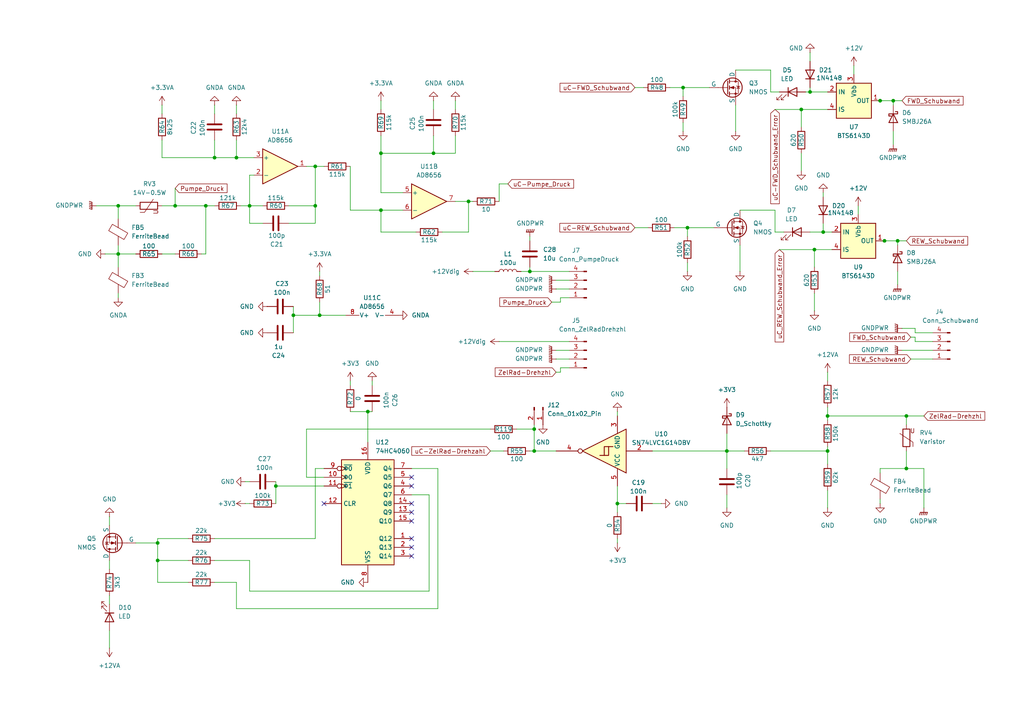
<source format=kicad_sch>
(kicad_sch (version 20250114) (generator "eeschema") (generator_version "9.0")
  (paper "A4")
  (junction (at 59.69 59.69))
  (junction (at 106.68 119.38))
  (junction (at 85.09 91.44))
  (junction (at 255.27 29.21))
  (junction (at 125.73 44.45))
  (junction (at 236.22 72.39))
  (junction (at 72.39 59.69))
  (junction (at 91.44 59.69))
  (junction (at 259.08 29.21))
  (junction (at 179.07 146.05))
  (junction (at 232.41 31.75))
  (junction (at 34.29 59.69))
  (junction (at 238.76 67.31))
  (junction (at 110.49 60.96))
  (junction (at 153.67 78.74))
  (junction (at 50.8 59.69))
  (junction (at 68.58 45.72))
  (junction (at 154.94 124.46))
  (junction (at 198.12 25.4))
  (junction (at 240.03 120.65))
  (junction (at 199.39 66.04))
  (junction (at 234.95 26.67))
  (junction (at 262.89 135.89))
  (junction (at 260.35 69.85))
  (junction (at 34.29 73.66))
  (junction (at 256.54 69.85))
  (junction (at 154.94 130.81))
  (junction (at 210.82 130.81))
  (junction (at 135.89 58.42))
  (junction (at 80.01 140.97))
  (junction (at 91.44 48.26))
  (junction (at 240.03 130.81))
  (junction (at 45.72 162.56))
  (junction (at 262.89 120.65))
  (junction (at 62.23 45.72))
  (junction (at 92.71 91.44))
  (junction (at 45.72 157.48))
  (junction (at 110.49 44.45))
  (no_connect (at 119.38 146.05))
  (no_connect (at 119.38 148.59))
  (no_connect (at 119.38 151.13))
  (no_connect (at 93.98 146.05))
  (no_connect (at 119.38 161.29))
  (no_connect (at 119.38 158.75))
  (no_connect (at 119.38 138.43))
  (no_connect (at 119.38 140.97))
  (no_connect (at 119.38 156.21))
  (wire (pts (xy 223.52 130.81) (xy 240.03 130.81)))
  (wire (pts (xy 46.99 73.66) (xy 50.8 73.66)))
  (wire (pts (xy 91.44 59.69) (xy 91.44 48.26)))
  (wire (pts (xy 135.89 67.31) (xy 135.89 58.42)))
  (wire (pts (xy 101.6 119.38) (xy 106.68 119.38)))
  (wire (pts (xy 142.24 130.81) (xy 146.05 130.81)))
  (wire (pts (xy 151.13 78.74) (xy 153.67 78.74)))
  (wire (pts (xy 58.42 73.66) (xy 59.69 73.66)))
  (wire (pts (xy 226.06 72.39) (xy 236.22 72.39)))
  (wire (pts (xy 232.41 31.75) (xy 240.03 31.75)))
  (wire (pts (xy 91.44 156.21) (xy 91.44 135.89)))
  (wire (pts (xy 179.07 146.05) (xy 179.07 148.59)))
  (wire (pts (xy 236.22 72.39) (xy 236.22 77.47)))
  (wire (pts (xy 227.33 67.31) (xy 224.79 67.31)))
  (wire (pts (xy 198.12 35.56) (xy 198.12 38.1)))
  (wire (pts (xy 260.35 69.85) (xy 260.35 71.12)))
  (wire (pts (xy 137.16 78.74) (xy 143.51 78.74)))
  (wire (pts (xy 260.35 78.74) (xy 260.35 82.55)))
  (wire (pts (xy 46.99 30.48) (xy 46.99 33.02)))
  (wire (pts (xy 165.1 86.36) (xy 162.56 86.36)))
  (wire (pts (xy 199.39 66.04) (xy 207.01 66.04)))
  (wire (pts (xy 46.99 45.72) (xy 46.99 40.64)))
  (wire (pts (xy 31.75 172.72) (xy 31.75 175.26)))
  (wire (pts (xy 199.39 66.04) (xy 199.39 68.58)))
  (wire (pts (xy 91.44 135.89) (xy 93.98 135.89)))
  (wire (pts (xy 223.52 26.67) (xy 223.52 20.32)))
  (wire (pts (xy 224.79 67.31) (xy 224.79 60.96)))
  (wire (pts (xy 154.94 123.19) (xy 154.94 124.46)))
  (wire (pts (xy 85.09 88.9) (xy 85.09 91.44)))
  (wire (pts (xy 132.08 39.37) (xy 132.08 44.45)))
  (wire (pts (xy 261.62 101.6) (xy 270.51 101.6)))
  (wire (pts (xy 195.58 66.04) (xy 199.39 66.04)))
  (wire (pts (xy 106.68 119.38) (xy 106.68 128.27)))
  (wire (pts (xy 256.54 69.85) (xy 260.35 69.85)))
  (wire (pts (xy 125.73 29.21) (xy 125.73 31.75)))
  (wire (pts (xy 161.29 101.6) (xy 165.1 101.6)))
  (wire (pts (xy 128.27 67.31) (xy 135.89 67.31)))
  (wire (pts (xy 161.29 81.28) (xy 165.1 81.28)))
  (wire (pts (xy 144.78 53.34) (xy 147.32 53.34)))
  (wire (pts (xy 262.89 120.65) (xy 267.97 120.65)))
  (wire (pts (xy 45.72 162.56) (xy 45.72 157.48)))
  (wire (pts (xy 31.75 149.86) (xy 31.75 152.4)))
  (wire (pts (xy 161.29 107.95) (xy 162.56 107.95)))
  (wire (pts (xy 68.58 176.53) (xy 68.58 168.91)))
  (wire (pts (xy 135.89 58.42) (xy 132.08 58.42)))
  (wire (pts (xy 72.39 64.77) (xy 76.2 64.77)))
  (wire (pts (xy 83.82 64.77) (xy 91.44 64.77)))
  (wire (pts (xy 162.56 106.68) (xy 162.56 107.95)))
  (wire (pts (xy 91.44 64.77) (xy 91.44 59.69)))
  (wire (pts (xy 238.76 64.77) (xy 238.76 67.31)))
  (wire (pts (xy 45.72 168.91) (xy 45.72 162.56)))
  (wire (pts (xy 27.94 59.69) (xy 34.29 59.69)))
  (wire (pts (xy 232.41 44.45) (xy 232.41 49.53)))
  (wire (pts (xy 92.71 78.74) (xy 92.71 80.01)))
  (wire (pts (xy 255.27 69.85) (xy 256.54 69.85)))
  (wire (pts (xy 153.67 130.81) (xy 154.94 130.81)))
  (wire (pts (xy 240.03 120.65) (xy 262.89 120.65)))
  (wire (pts (xy 233.68 26.67) (xy 234.95 26.67)))
  (wire (pts (xy 254 29.21) (xy 255.27 29.21)))
  (wire (pts (xy 234.95 25.4) (xy 234.95 26.67)))
  (wire (pts (xy 259.08 38.1) (xy 259.08 41.91)))
  (wire (pts (xy 210.82 130.81) (xy 215.9 130.81)))
  (wire (pts (xy 69.85 59.69) (xy 72.39 59.69)))
  (wire (pts (xy 267.97 135.89) (xy 267.97 147.32)))
  (wire (pts (xy 124.46 143.51) (xy 119.38 143.51)))
  (wire (pts (xy 68.58 40.64) (xy 68.58 45.72)))
  (wire (pts (xy 224.79 60.96) (xy 214.63 60.96)))
  (wire (pts (xy 210.82 125.73) (xy 210.82 130.81)))
  (wire (pts (xy 189.23 130.81) (xy 210.82 130.81)))
  (wire (pts (xy 162.56 86.36) (xy 162.56 87.63)))
  (wire (pts (xy 124.46 171.45) (xy 124.46 143.51)))
  (wire (pts (xy 259.08 29.21) (xy 259.08 30.48)))
  (wire (pts (xy 119.38 135.89) (xy 127 135.89)))
  (wire (pts (xy 234.95 15.24) (xy 234.95 17.78)))
  (wire (pts (xy 72.39 171.45) (xy 124.46 171.45)))
  (wire (pts (xy 71.12 146.05) (xy 72.39 146.05)))
  (wire (pts (xy 34.29 73.66) (xy 39.37 73.66)))
  (wire (pts (xy 116.84 55.88) (xy 110.49 55.88)))
  (wire (pts (xy 194.31 25.4) (xy 198.12 25.4)))
  (wire (pts (xy 88.9 138.43) (xy 88.9 124.46)))
  (wire (pts (xy 54.61 162.56) (xy 45.72 162.56)))
  (wire (pts (xy 184.15 66.04) (xy 187.96 66.04)))
  (wire (pts (xy 240.03 130.81) (xy 240.03 134.62)))
  (wire (pts (xy 189.23 146.05) (xy 191.77 146.05)))
  (wire (pts (xy 232.41 31.75) (xy 232.41 36.83)))
  (wire (pts (xy 224.79 31.75) (xy 232.41 31.75)))
  (wire (pts (xy 62.23 40.64) (xy 62.23 45.72)))
  (wire (pts (xy 127 176.53) (xy 68.58 176.53)))
  (wire (pts (xy 72.39 50.8) (xy 73.66 50.8)))
  (wire (pts (xy 68.58 30.48) (xy 68.58 33.02)))
  (wire (pts (xy 161.29 104.14) (xy 165.1 104.14)))
  (wire (pts (xy 265.43 96.52) (xy 265.43 95.25)))
  (wire (pts (xy 110.49 44.45) (xy 110.49 39.37)))
  (wire (pts (xy 125.73 44.45) (xy 110.49 44.45)))
  (wire (pts (xy 73.66 45.72) (xy 68.58 45.72)))
  (wire (pts (xy 54.61 168.91) (xy 45.72 168.91)))
  (wire (pts (xy 50.8 59.69) (xy 59.69 59.69)))
  (wire (pts (xy 255.27 137.16) (xy 255.27 135.89)))
  (wire (pts (xy 267.97 135.89) (xy 262.89 135.89)))
  (wire (pts (xy 92.71 87.63) (xy 92.71 91.44)))
  (wire (pts (xy 247.65 19.05) (xy 247.65 21.59)))
  (wire (pts (xy 241.3 72.39) (xy 236.22 72.39)))
  (wire (pts (xy 259.08 29.21) (xy 261.62 29.21)))
  (wire (pts (xy 101.6 48.26) (xy 101.6 60.96)))
  (wire (pts (xy 240.03 130.81) (xy 240.03 129.54)))
  (wire (pts (xy 135.89 58.42) (xy 137.16 58.42)))
  (wire (pts (xy 93.98 138.43) (xy 88.9 138.43)))
  (wire (pts (xy 110.49 55.88) (xy 110.49 44.45)))
  (wire (pts (xy 265.43 97.79) (xy 265.43 99.06)))
  (wire (pts (xy 240.03 120.65) (xy 240.03 121.92)))
  (wire (pts (xy 255.27 146.05) (xy 255.27 144.78)))
  (wire (pts (xy 34.29 71.12) (xy 34.29 73.66)))
  (wire (pts (xy 30.48 73.66) (xy 34.29 73.66)))
  (wire (pts (xy 210.82 130.81) (xy 210.82 135.89)))
  (wire (pts (xy 161.29 83.82) (xy 165.1 83.82)))
  (wire (pts (xy 238.76 67.31) (xy 241.3 67.31)))
  (wire (pts (xy 59.69 73.66) (xy 59.69 59.69)))
  (wire (pts (xy 198.12 25.4) (xy 205.74 25.4)))
  (wire (pts (xy 62.23 156.21) (xy 91.44 156.21)))
  (wire (pts (xy 34.29 59.69) (xy 34.29 63.5)))
  (wire (pts (xy 106.68 119.38) (xy 107.95 119.38)))
  (wire (pts (xy 120.65 67.31) (xy 110.49 67.31)))
  (wire (pts (xy 80.01 139.7) (xy 80.01 140.97)))
  (wire (pts (xy 223.52 20.32) (xy 213.36 20.32)))
  (wire (pts (xy 34.29 59.69) (xy 39.37 59.69)))
  (wire (pts (xy 214.63 71.12) (xy 214.63 78.74)))
  (wire (pts (xy 85.09 91.44) (xy 85.09 96.52)))
  (wire (pts (xy 101.6 60.96) (xy 110.49 60.96)))
  (wire (pts (xy 62.23 30.48) (xy 62.23 33.02)))
  (wire (pts (xy 31.75 162.56) (xy 31.75 165.1)))
  (wire (pts (xy 71.12 139.7) (xy 72.39 139.7)))
  (wire (pts (xy 238.76 55.88) (xy 238.76 57.15)))
  (wire (pts (xy 125.73 39.37) (xy 125.73 44.45)))
  (wire (pts (xy 248.92 59.69) (xy 248.92 62.23)))
  (wire (pts (xy 265.43 95.25) (xy 261.62 95.25)))
  (wire (pts (xy 91.44 48.26) (xy 88.9 48.26)))
  (wire (pts (xy 80.01 140.97) (xy 80.01 146.05)))
  (wire (pts (xy 45.72 156.21) (xy 45.72 157.48)))
  (wire (pts (xy 226.06 26.67) (xy 223.52 26.67)))
  (wire (pts (xy 179.07 156.21) (xy 179.07 157.48)))
  (wire (pts (xy 240.03 107.95) (xy 240.03 110.49)))
  (wire (pts (xy 270.51 96.52) (xy 265.43 96.52)))
  (wire (pts (xy 162.56 87.63) (xy 160.02 87.63)))
  (wire (pts (xy 264.16 97.79) (xy 265.43 97.79)))
  (wire (pts (xy 68.58 45.72) (xy 62.23 45.72)))
  (wire (pts (xy 255.27 135.89) (xy 262.89 135.89)))
  (wire (pts (xy 62.23 59.69) (xy 59.69 59.69)))
  (wire (pts (xy 83.82 59.69) (xy 91.44 59.69)))
  (wire (pts (xy 179.07 119.38) (xy 179.07 120.65)))
  (wire (pts (xy 234.95 67.31) (xy 238.76 67.31)))
  (wire (pts (xy 198.12 25.4) (xy 198.12 27.94)))
  (wire (pts (xy 72.39 59.69) (xy 72.39 50.8)))
  (wire (pts (xy 50.8 59.69) (xy 50.8 54.61)))
  (wire (pts (xy 68.58 168.91) (xy 62.23 168.91)))
  (wire (pts (xy 110.49 67.31) (xy 110.49 60.96)))
  (wire (pts (xy 240.03 118.11) (xy 240.03 120.65)))
  (wire (pts (xy 165.1 106.68) (xy 162.56 106.68)))
  (wire (pts (xy 179.07 146.05) (xy 181.61 146.05)))
  (wire (pts (xy 199.39 76.2) (xy 199.39 78.74)))
  (wire (pts (xy 92.71 91.44) (xy 100.33 91.44)))
  (wire (pts (xy 62.23 45.72) (xy 46.99 45.72)))
  (wire (pts (xy 240.03 142.24) (xy 240.03 147.32)))
  (wire (pts (xy 262.89 120.65) (xy 262.89 123.19)))
  (wire (pts (xy 153.67 78.74) (xy 165.1 78.74)))
  (wire (pts (xy 210.82 143.51) (xy 210.82 147.32)))
  (wire (pts (xy 110.49 60.96) (xy 116.84 60.96)))
  (wire (pts (xy 184.15 25.4) (xy 186.69 25.4)))
  (wire (pts (xy 34.29 77.47) (xy 34.29 73.66)))
  (wire (pts (xy 153.67 68.58) (xy 153.67 69.85)))
  (wire (pts (xy 262.89 130.81) (xy 262.89 135.89)))
  (wire (pts (xy 132.08 29.21) (xy 132.08 31.75)))
  (wire (pts (xy 255.27 29.21) (xy 259.08 29.21)))
  (wire (pts (xy 234.95 26.67) (xy 240.03 26.67)))
  (wire (pts (xy 46.99 59.69) (xy 50.8 59.69)))
  (wire (pts (xy 153.67 78.74) (xy 153.67 77.47)))
  (wire (pts (xy 85.09 91.44) (xy 92.71 91.44)))
  (wire (pts (xy 80.01 140.97) (xy 93.98 140.97)))
  (wire (pts (xy 154.94 124.46) (xy 154.94 130.81)))
  (wire (pts (xy 260.35 69.85) (xy 262.89 69.85)))
  (wire (pts (xy 101.6 110.49) (xy 101.6 111.76)))
  (wire (pts (xy 265.43 99.06) (xy 270.51 99.06)))
  (wire (pts (xy 54.61 156.21) (xy 45.72 156.21)))
  (wire (pts (xy 110.49 29.21) (xy 110.49 31.75)))
  (wire (pts (xy 236.22 85.09) (xy 236.22 90.17)))
  (wire (pts (xy 88.9 124.46) (xy 142.24 124.46)))
  (wire (pts (xy 62.23 162.56) (xy 72.39 162.56)))
  (wire (pts (xy 91.44 48.26) (xy 93.98 48.26)))
  (wire (pts (xy 144.78 53.34) (xy 144.78 58.42)))
  (wire (pts (xy 179.07 140.97) (xy 179.07 146.05)))
  (wire (pts (xy 149.86 124.46) (xy 154.94 124.46)))
  (wire (pts (xy 34.29 85.09) (xy 34.29 86.36)))
  (wire (pts (xy 154.94 130.81) (xy 161.29 130.81)))
  (wire (pts (xy 107.95 110.49) (xy 107.95 111.76)))
  (wire (pts (xy 127 135.89) (xy 127 176.53)))
  (wire (pts (xy 264.16 104.14) (xy 270.51 104.14)))
  (wire (pts (xy 165.1 99.06) (xy 144.78 99.06)))
  (wire (pts (xy 72.39 59.69) (xy 72.39 64.77)))
  (wire (pts (xy 31.75 182.88) (xy 31.75 187.96)))
  (wire (pts (xy 72.39 162.56) (xy 72.39 171.45)))
  (wire (pts (xy 213.36 30.48) (xy 213.36 38.1)))
  (wire (pts (xy 72.39 59.69) (xy 76.2 59.69)))
  (wire (pts (xy 45.72 157.48) (xy 39.37 157.48)))
  (wire (pts (xy 132.08 44.45) (xy 125.73 44.45)))
  (global_label "uC-FWD_Schubwand" (shape input) (at 184.15 25.4 180) (property "Intersheetrefs" "${INTERSHEET_REFS}" (effects (hide yes))))
  (global_label "uC-Pumpe_Druck" (shape input) (at 147.32 53.34 0) (property "Intersheetrefs" "${INTERSHEET_REFS}" (effects (hide yes))))
  (global_label "Pumpe_Druck" (shape input) (at 50.8 54.61 0) (property "Intersheetrefs" "${INTERSHEET_REFS}" (effects (hide yes))))
  (global_label "uC-FWD_Schubwand_Error" (shape input) (at 224.79 31.75 270) (property "Intersheetrefs" "${INTERSHEET_REFS}" (effects (hide yes))))
  (global_label "ZelRad-Drehzhl" (shape input) (at 267.97 120.65 0) (property "Intersheetrefs" "${INTERSHEET_REFS}" (effects (hide yes))))
  (global_label "uC_REW_Schubwand_Error" (shape input) (at 226.06 72.39 270) (property "Intersheetrefs" "${INTERSHEET_REFS}" (effects (hide yes))))
  (global_label "Pumpe_Druck" (shape input) (at 160.02 87.63 180) (property "Intersheetrefs" "${INTERSHEET_REFS}" (effects (hide yes))))
  (global_label "FWD_Schubwand" (shape input) (at 261.62 29.21 0) (property "Intersheetrefs" "${INTERSHEET_REFS}" (effects (hide yes))))
  (global_label "REW_Schubwand" (shape input) (at 262.89 69.85 0) (property "Intersheetrefs" "${INTERSHEET_REFS}" (effects (hide yes))))
  (global_label "REW_Schubwand" (shape input) (at 264.16 104.14 180) (property "Intersheetrefs" "${INTERSHEET_REFS}" (effects (hide yes))))
  (global_label "FWD_Schubwand" (shape input) (at 264.16 97.79 180) (property "Intersheetrefs" "${INTERSHEET_REFS}" (effects (hide yes))))
  (global_label "uC-ZelRad-Drehzahl" (shape input) (at 142.24 130.81 180) (property "Intersheetrefs" "${INTERSHEET_REFS}" (effects (hide yes))))
  (global_label "ZelRad-Drehzhl" (shape input) (at 161.29 107.95 180) (property "Intersheetrefs" "${INTERSHEET_REFS}" (effects (hide yes))))
  (global_label "uC-REW_Schubwand" (shape input) (at 184.15 66.04 180) (property "Intersheetrefs" "${INTERSHEET_REFS}" (effects (hide yes))))
  (symbol (lib_id "power:+3V3") (at 71.12 146.05 90) (unit 1)
    (property "Reference" "#PWR078" (effects (hide yes)))
    (property "Value" "+3V3" (at 65.786 146.05 90))
    (property "Description" "Power symbol creates a global label with name \"+3V3\"" (effects (hide yes)))
  )
  (symbol (lib_id "Device:D_Schottky") (at 259.08 34.29 270) (unit 1)
    (property "Reference" "D6" (at 261.62 32.7024 90) (effects (justify left)))
    (property "Value" "SMBJ26A" (at 261.62 35.2424 90) (effects (justify left)))
    (property "Footprint" "Diode_SMD:D_SMB" (effects (hide yes)))
    (property "Description" "Schottky diode" (effects (hide yes)))
    (property "Part-NO" "SMBJ26A " (effects (hide yes)))
  )
  (symbol (lib_id "power:+3.3VA") (at 46.99 30.48 0) (unit 1)
    (property "Reference" "#PWR062" (effects (hide yes)))
    (property "Value" "+3.3VA" (at 46.99 25.4 0))
    (property "Description" "Power symbol creates a global label with name \"+3.3VA\"" (effects (hide yes)))
  )
  (symbol (lib_id "power:GND") (at 210.82 147.32 0) (unit 1)
    (property "Reference" "#PWR055" (effects (hide yes)))
    (property "Value" "GND" (at 210.82 152.4 0))
    (property "Description" "Power symbol creates a global label with name \"GND\" , ground" (effects (hide yes)))
  )
  (symbol (lib_id "Device:LED") (at 229.87 26.67 0) (unit 1)
    (property "Reference" "D5" (at 228.2825 20.32 0))
    (property "Value" "LED" (at 228.2825 22.86 0))
    (property "Footprint" "LED_SMD:LED_0805_2012Metric" (effects (hide yes)))
    (property "Datasheet" "https://www.sunledusa.com/products/spec/XZCFBB54W-1VF.pdf" (effects (hide yes)))
    (property "Description" "Light emitting diode Green" (effects (hide yes)))
    (property "Part-NO" "XZCDGK54W-1VF " (effects (hide yes)))
  )
  (symbol (lib_id "power:GNDPWR") (at 260.35 82.55 0) (unit 1)
    (property "Reference" "#PWR048" (effects (hide yes)))
    (property "Value" "GNDPWR" (at 260.223 86.36 0))
    (property "Description" "Power symbol creates a global label with name \"GNDPWR\" , global ground" (effects (hide yes)))
  )
  (symbol (lib_id "power:GNDPWR") (at 161.29 81.28 270) (unit 1)
    (property "Reference" "#PWR086" (effects (hide yes)))
    (property "Value" "GNDPWR" (at 157.48 81.1529 90) (effects (justify right)))
    (property "Description" "Power symbol creates a global label with name \"GNDPWR\" , global ground" (effects (hide yes)))
  )
  (symbol (lib_id "Device:LED") (at 31.75 179.07 270) (unit 1)
    (property "Reference" "D10" (at 34.29 176.2124 90) (effects (justify left)))
    (property "Value" "LED" (at 34.29 178.7524 90) (effects (justify left)))
    (property "Footprint" "LED_SMD:LED_0805_2012Metric" (effects (hide yes)))
    (property "Description" "Light emitting diode" (effects (hide yes)))
    (property "Part-NO" "XZCDGK54W-1VF " (effects (hide yes)))
  )
  (symbol (lib_id "Amplifier_Operational:AD8656") (at 81.28 48.26 0) (unit 1)
    (property "Reference" "U11" (at 81.28 38.1 0))
    (property "Value" "AD8656" (at 81.28 40.64 0))
    (property "Footprint" "Package_SO:SOIC-8_3.9x4.9mm_P1.27mm" (effects (hide yes)))
    (property "Datasheet" "https://www.analog.com/media/en/technical-documentation/data-sheets/ad8655_8656.pdf" (effects (hide yes)))
    (property "Description" "Dual Low Noise, Precision CMOS Amplifier" (effects (hide yes)))
    (property "Part-NO" "AD8656ARZ" (effects (hide yes)))
  )
  (symbol (lib_id "Device:C") (at 80.01 64.77 270) (unit 1)
    (property "Reference" "C21" (at 80.264 70.866 90))
    (property "Value" "100p" (at 80.264 68.326 90))
    (property "Footprint" "Capacitor_SMD:C_0805_2012Metric" (effects (hide yes)))
    (property "Description" "Unpolarized capacitor" (effects (hide yes)))
    (property "Part-NO" "C0805C101J5GACTU" (effects (hide yes)))
  )
  (symbol (lib_id "Device:R") (at 124.46 67.31 90) (unit 1)
    (property "Reference" "R62" (at 124.46 67.31 90))
    (property "Value" "115k" (at 124.46 69.596 90))
    (property "Footprint" "Resistor_SMD:R_0805_2012Metric" (effects (hide yes)))
    (property "Description" "RR1220Q-1153-D-M" (effects (hide yes)))
    (property "Part-NO" "RR1220Q-1153-D-M" (effects (hide yes)))
  )
  (symbol (lib_id "power:GND") (at 198.12 38.1 0) (unit 1)
    (property "Reference" "#PWR041" (effects (hide yes)))
    (property "Value" "GND" (at 198.12 43.18 0))
    (property "Description" "Power symbol creates a global label with name \"GND\" , ground" (effects (hide yes)))
  )
  (symbol (lib_id "power:GNDA") (at 125.73 29.21 180) (unit 1)
    (property "Reference" "#PWR069" (effects (hide yes)))
    (property "Value" "GNDA" (at 125.73 24.13 0))
    (property "Description" "Power symbol creates a global label with name \"GNDA\" , analog ground" (effects (hide yes)))
  )
  (symbol (lib_id "Device:D") (at 234.95 21.59 90) (unit 1)
    (property "Reference" "D21" (at 237.49 20.3199 90) (effects (justify right)))
    (property "Value" "1N4148" (at 236.728 22.606 90) (effects (justify right)))
    (property "Footprint" "Diode_THT:D_DO-35_SOD27_P2.54mm_Vertical_AnodeUp" (effects (hide yes)))
    (property "Description" "Diode" (effects (hide yes)))
    (property "Sim.Device" "D" (effects (hide yes)))
    (property "Sim.Pins" "1=K 2=A" (effects (hide yes)))
    (property "Part-NO" "1N4148WS_ES_08 " (effects (hide yes)))
  )
  (symbol (lib_id "Device:R") (at 66.04 59.69 270) (unit 1)
    (property "Reference" "R67" (at 66.04 59.69 90))
    (property "Value" "121k" (at 66.04 57.404 90))
    (property "Footprint" "Resistor_SMD:R_0805_2012Metric" (effects (hide yes)))
    (property "Description" "RR1220Q-1213-D-M" (effects (hide yes)))
    (property "Part-NO" "RR1220Q-1213-D-M" (effects (hide yes)))
  )
  (symbol (lib_id "Device:C") (at 81.28 96.52 270) (unit 1)
    (property "Reference" "C24" (at 80.772 103.124 90))
    (property "Value" "1u" (at 80.772 100.584 90))
    (property "Footprint" "Capacitor_SMD:C_1206_3216Metric" (effects (hide yes)))
    (property "Description" "Unpolarized capacitor" (effects (hide yes)))
    (property "Part-NO" "C1206C105K4RAC" (effects (hide yes)))
  )
  (symbol (lib_id "power:GNDPWR") (at 261.62 101.6 270) (unit 1)
    (property "Reference" "#PWR0127" (effects (hide yes)))
    (property "Value" "GNDPWR" (at 257.81 101.4729 90) (effects (justify right)))
    (property "Description" "Power symbol creates a global label with name \"GNDPWR\" , global ground" (effects (hide yes)))
  )
  (symbol (lib_id "Connector:Conn_01x04_Pin") (at 170.18 104.14 180) (unit 1)
    (property "Reference" "J5" (at 165.862 92.964 0) (effects (justify right)))
    (property "Value" "Conn_ZelRadDrehzhl" (at 162.052 95.504 0) (effects (justify right)))
    (property "Footprint" "Connector_Phoenix_MSTB:PhoenixContact_MSTBVA_2,5_4-G-5,08_1x04_P5.08mm_Vertical" (effects (hide yes)))
    (property "Description" "Generic connector, single row, 01x04, script generated" (effects (hide yes)))
    (property "Part-NO" "MSTBV2_5/4-G-5_08 " (effects (hide yes)))
  )
  (symbol (lib_id "Device:LED") (at 231.14 67.31 0) (unit 1)
    (property "Reference" "D7" (at 229.5525 60.96 0))
    (property "Value" "LED" (at 229.5525 63.5 0))
    (property "Footprint" "LED_SMD:LED_0805_2012Metric" (effects (hide yes)))
    (property "Datasheet" "https://www.sunledusa.com/products/spec/XZCFBB54W-1VF.pdf" (effects (hide yes)))
    (property "Description" "Light emitting diode Green" (effects (hide yes)))
    (property "Part-NO" "XZCDGK54W-1VF " (effects (hide yes)))
  )
  (symbol (lib_id "Device:R") (at 240.03 125.73 180) (unit 1)
    (property "Reference" "R58" (at 240.03 125.73 90))
    (property "Value" "150k" (at 242.316 125.73 90))
    (property "Footprint" "Resistor_SMD:R_0603_1608Metric" (effects (hide yes)))
    (property "Description" "CRG0603F150K" (effects (hide yes)))
    (property "Part-NO" "CRG0603F150K" (effects (hide yes)))
  )
  (symbol (lib_id "Device:R") (at 149.86 130.81 90) (unit 1)
    (property "Reference" "R55" (at 149.86 130.81 90))
    (property "Value" "100" (at 149.86 133.096 90))
    (property "Footprint" "Resistor_SMD:R_0603_1608Metric" (effects (hide yes)))
    (property "Description" "CRG0603F100R" (effects (hide yes)))
  )
  (symbol (lib_id "Amplifier_Operational:AD8656") (at 107.95 88.9 90) (unit 3)
    (property "Reference" "U11" (at 107.95 86.36 90))
    (property "Value" "AD8656" (at 107.95 88.9 90))
    (property "Footprint" "Package_SO:SOIC-8_3.9x4.9mm_P1.27mm" (effects (hide yes)))
    (property "Datasheet" "https://www.analog.com/media/en/technical-documentation/data-sheets/ad8655_8656.pdf" (effects (hide yes)))
    (property "Description" "Dual Low Noise, Precision CMOS Amplifier" (effects (hide yes)))
    (property "Part-NO" "AD8656ARZ" (effects (hide yes)))
  )
  (symbol (lib_id "Device:R") (at 236.22 81.28 0) (unit 1)
    (property "Reference" "R53" (at 236.22 81.28 90))
    (property "Value" "620" (at 233.934 81.28 90))
    (property "Footprint" "Resistor_SMD:R_0603_1608Metric" (effects (hide yes)))
    (property "Description" "CRG0603F620R" (effects (hide yes)))
    (property "Part-NO" "CRG0603F620R" (effects (hide yes)))
  )
  (symbol (lib_id "power:GND") (at 191.77 146.05 90) (unit 1)
    (property "Reference" "#PWR058" (effects (hide yes)))
    (property "Value" "GND" (at 195.58 146.0499 90) (effects (justify right)))
    (property "Description" "Power symbol creates a global label with name \"GND\" , ground" (effects (hide yes)))
  )
  (symbol (lib_id "Device:R") (at 68.58 36.83 180) (unit 1)
    (property "Reference" "R63" (at 68.58 36.83 90))
    (property "Value" "12k4" (at 70.866 36.83 90))
    (property "Footprint" "Resistor_SMD:R_0805_2012Metric" (effects (hide yes)))
    (property "Description" "RR1220Q-1242-D-M" (effects (hide yes)))
    (property "Part-NO" "RR1220Q-1242-D-M" (effects (hide yes)))
  )
  (symbol (lib_id "Device:R") (at 58.42 162.56 270) (unit 1)
    (property "Reference" "R76" (at 58.42 162.56 90))
    (property "Value" "22k" (at 58.42 160.274 90))
    (property "Footprint" "Resistor_SMD:R_0603_1608Metric" (effects (hide yes)))
    (property "Description" "CRG0603F22K" (effects (hide yes)))
    (property "Part-NO" "CRG0603F22K" (effects (hide yes)))
  )
  (symbol (lib_id "power:GNDA") (at 68.58 30.48 180) (unit 1)
    (property "Reference" "#PWR060" (effects (hide yes)))
    (property "Value" "GNDA" (at 68.58 25.4 0))
    (property "Description" "Power symbol creates a global label with name \"GNDA\" , analog ground" (effects (hide yes)))
  )
  (symbol (lib_id "power:GND") (at 77.47 88.9 270) (unit 1)
    (property "Reference" "#PWR064" (effects (hide yes)))
    (property "Value" "GND" (at 73.66 88.8999 90) (effects (justify right)))
    (property "Description" "Power symbol creates a global label with name \"GND\" , ground" (effects (hide yes)))
  )
  (symbol (lib_id "Device:C") (at 62.23 36.83 180) (unit 1)
    (property "Reference" "C22" (at 56.134 37.084 90))
    (property "Value" "100n" (at 58.674 37.084 90))
    (property "Footprint" "Capacitor_SMD:C_0805_2012Metric" (effects (hide yes)))
    (property "Description" "Unpolarized capacitor" (effects (hide yes)))
    (property "Part-NO" "CC0805KRX7R9BB104" (effects (hide yes)))
  )
  (symbol (lib_name "NMOS_1") (lib_id "Simulation_SPICE:NMOS") (at 210.82 25.4 0) (unit 1)
    (property "Reference" "Q3" (at 217.17 24.1299 0) (effects (justify left)))
    (property "Value" "NMOS" (at 217.17 26.6699 0) (effects (justify left)))
    (property "Footprint" "Package_TO_SOT_SMD:TSOT-23" (effects (hide yes)))
    (property "Datasheet" "https://ngspice.sourceforge.io/docs/ngspice-html-manual/manual.xhtml#cha_MOSFETs" (effects (hide yes)))
    (property "Description" "N-MOSFET transistor, drain/source/gate" (effects (hide yes)))
    (property "Sim.Device" "NMOS" (effects (hide yes)))
    (property "Sim.Type" "VDMOS" (effects (hide yes)))
    (property "Sim.Pins" "2=D 1=G 3=S" (effects (hide yes)))
    (property "Part-NO" "FDV305N " (effects (hide yes)))
  )
  (symbol (lib_id "Device:R") (at 146.05 124.46 90) (unit 1)
    (property "Reference" "R119" (at 146.05 124.46 90))
    (property "Value" "100" (at 146.05 126.746 90))
    (property "Footprint" "Resistor_SMD:R_0603_1608Metric" (effects (hide yes)))
    (property "Description" "CRG0603F100R" (effects (hide yes)))
  )
  (symbol (lib_id "Device:C") (at 125.73 35.56 180) (unit 1)
    (property "Reference" "C25" (at 119.634 35.814 90))
    (property "Value" "100n" (at 122.174 35.814 90))
    (property "Footprint" "Capacitor_SMD:C_0805_2012Metric" (effects (hide yes)))
    (property "Description" "Unpolarized capacitor" (effects (hide yes)))
    (property "Part-NO" "CC0805KRX7R9BB104" (effects (hide yes)))
  )
  (symbol (lib_id "power:GND") (at 214.63 78.74 0) (unit 1)
    (property "Reference" "#PWR046" (effects (hide yes)))
    (property "Value" "GND" (at 214.63 83.82 0))
    (property "Description" "Power symbol creates a global label with name \"GND\" , ground" (effects (hide yes)))
  )
  (symbol (lib_id "power:GNDPWR") (at 161.29 104.14 270) (unit 1)
    (property "Reference" "#PWR089" (effects (hide yes)))
    (property "Value" "GNDPWR" (at 157.48 104.0129 90) (effects (justify right)))
    (property "Description" "Power symbol creates a global label with name \"GNDPWR\" , global ground" (effects (hide yes)))
  )
  (symbol (lib_id "Device:Varistor") (at 43.18 59.69 90) (unit 1)
    (property "Reference" "RV3" (at 43.3733 53.34 90))
    (property "Value" "14V-0.5W" (at 43.3733 55.88 90))
    (property "Footprint" "Resistor_SMD:R_1206_3216Metric" (effects (hide yes)))
    (property "Description" "Varistor SMD 14A 0.5W(10/1000us)" (effects (hide yes)))
    (property "Sim.Name" "kicad_builtin_varistor" (effects (hide yes)))
    (property "Sim.Device" "SUBCKT" (effects (hide yes)))
    (property "Sim.Pins" "1=A 2=B" (effects (hide yes)))
    (property "Sim.Params" "threshold=1k" (effects (hide yes)))
    (property "Sim.Library" "${KICAD7_SYMBOL_DIR}/Simulation_SPICE.sp" (effects (hide yes)))
    (property "Part-NO" "WE-VS_82541110" (effects (hide yes)))
  )
  (symbol (lib_id "Device:C") (at 76.2 139.7 90) (unit 1)
    (property "Reference" "C27" (at 76.708 133.096 90))
    (property "Value" "100n" (at 76.708 135.636 90))
    (property "Footprint" "Capacitor_SMD:C_0805_2012Metric" (effects (hide yes)))
    (property "Description" "Unpolarized capacitor" (effects (hide yes)))
    (property "Part-NO" "CC0805KRX7R9BB104" (effects (hide yes)))
  )
  (symbol (lib_id "Device:R") (at 140.97 58.42 90) (unit 1)
    (property "Reference" "R71" (at 140.97 58.42 90))
    (property "Value" "10" (at 140.97 60.706 90))
    (property "Footprint" "Resistor_SMD:R_0603_1608Metric" (effects (hide yes)))
    (property "Description" "CRG1206F10R" (effects (hide yes)))
  )
  (symbol (lib_id "power:+3.3VA") (at 110.49 29.21 0) (unit 1)
    (property "Reference" "#PWR068" (effects (hide yes)))
    (property "Value" "+3.3VA" (at 110.49 24.13 0))
    (property "Description" "Power symbol creates a global label with name \"+3.3VA\"" (effects (hide yes)))
  )
  (symbol (lib_id "Power_Management:BTS6143D") (at 247.65 29.21 0) (unit 1)
    (property "Reference" "U7" (at 247.65 36.83 0))
    (property "Value" "BTS6143D" (at 247.65 39.37 0))
    (property "Footprint" "Package_TO_SOT_SMD:TO-252-4" (effects (hide yes)))
    (property "Datasheet" "http://www.infineon.com/dgdl/Infineon-BTS6143D-DS-v01_00-EN.pdf?fileId=5546d4625a888733015aa3da10821022" (effects (hide yes)))
    (property "Description" "Smart High-Side Power Switch, PROFET, Single, 10mOhm, 8A, 38V, TO252-5" (effects (hide yes)))
    (property "Part-NO" "BTS6143DAUMA1" (effects (hide yes)))
  )
  (symbol (lib_id "Device:R") (at 110.49 35.56 180) (unit 1)
    (property "Reference" "R69" (at 110.49 35.56 90))
    (property "Value" "115k" (at 112.776 35.56 90))
    (property "Footprint" "Resistor_SMD:R_0805_2012Metric" (effects (hide yes)))
    (property "Description" "RR1220Q-1153-D-M" (effects (hide yes)))
    (property "Part-NO" "RR1220Q-1153-D-M" (effects (hide yes)))
  )
  (symbol (lib_id "Device:C") (at 81.28 88.9 90) (unit 1)
    (property "Reference" "C23" (at 81.788 82.296 90))
    (property "Value" "100n" (at 81.788 84.836 90))
    (property "Footprint" "Capacitor_SMD:C_0805_2012Metric" (effects (hide yes)))
    (property "Description" "Unpolarized capacitor" (effects (hide yes)))
    (property "Part-NO" "CC0603KRX7R9BB103 " (effects (hide yes)))
  )
  (symbol (lib_id "Device:R") (at 46.99 36.83 180) (unit 1)
    (property "Reference" "R64" (at 46.99 36.83 90))
    (property "Value" "8k25" (at 49.276 36.83 90))
    (property "Footprint" "Resistor_SMD:R_0805_2012Metric" (effects (hide yes)))
    (property "Description" "RR1220Q-8251-D-M" (effects (hide yes)))
    (property "Part-NO" "RR1220Q-8251-D-M" (effects (hide yes)))
  )
  (symbol (lib_id "Device:D_Schottky") (at 260.35 74.93 270) (unit 1)
    (property "Reference" "D8" (at 262.89 73.3424 90) (effects (justify left)))
    (property "Value" "SMBJ26A" (at 262.89 75.8824 90) (effects (justify left)))
    (property "Footprint" "Diode_SMD:D_SMB" (effects (hide yes)))
    (property "Description" "Schottky diode" (effects (hide yes)))
    (property "Part-NO" "SMBJ26A " (effects (hide yes)))
  )
  (symbol (lib_id "power:+12VA") (at 240.03 107.95 0) (unit 1)
    (property "Reference" "#PWR052" (effects (hide yes)))
    (property "Value" "+12VA" (at 240.03 102.87 0))
    (property "Description" "Power symbol creates a global label with name \"+12VA\"" (effects (hide yes)))
  )
  (symbol (lib_id "Device:C") (at 153.67 73.66 0) (unit 1)
    (property "Reference" "C28" (at 157.48 72.3899 0) (effects (justify left)))
    (property "Value" "10u" (at 157.48 74.9299 0) (effects (justify left)))
    (property "Footprint" "Capacitor_SMD:C_1206_3216Metric" (effects (hide yes)))
    (property "Description" "Unpolarized capacitor" (effects (hide yes)))
    (property "Part-NO" "C1206C106K4RAC " (effects (hide yes)))
  )
  (symbol (lib_id "power:GNDA") (at 34.29 86.36 0) (unit 1)
    (property "Reference" "#PWR071" (effects (hide yes)))
    (property "Value" "GNDA" (at 34.29 91.44 0))
    (property "Description" "Power symbol creates a global label with name \"GNDA\" , analog ground" (effects (hide yes)))
  )
  (symbol (lib_id "power:+3V3") (at 101.6 110.49 0) (unit 1)
    (property "Reference" "#PWR077" (effects (hide yes)))
    (property "Value" "+3V3" (at 101.6 105.41 0))
    (property "Description" "Power symbol creates a global label with name \"+3V3\"" (effects (hide yes)))
  )
  (symbol (lib_id "Device:R") (at 240.03 138.43 180) (unit 1)
    (property "Reference" "R59" (at 240.03 138.43 90))
    (property "Value" "62k" (at 242.316 138.43 90))
    (property "Footprint" "Resistor_SMD:R_0603_1608Metric" (effects (hide yes)))
    (property "Description" "CRG0603F62K" (effects (hide yes)))
    (property "Part-NO" "CRG0603F62K" (effects (hide yes)))
  )
  (symbol (lib_id "power:GND") (at 234.95 15.24 180) (unit 1)
    (property "Reference" "#PWR0166" (effects (hide yes)))
    (property "Value" "GND" (at 230.886 13.97 0))
    (property "Description" "Power symbol creates a global label with name \"GND\" , ground" (effects (hide yes)))
  )
  (symbol (lib_id "power:+3V3") (at 210.82 118.11 0) (unit 1)
    (property "Reference" "#PWR054" (effects (hide yes)))
    (property "Value" "+3V3" (at 210.82 113.03 0))
    (property "Description" "Power symbol creates a global label with name \"+3V3\"" (effects (hide yes)))
  )
  (symbol (lib_id "power:GND") (at 179.07 119.38 180) (unit 1)
    (property "Reference" "#PWR051" (effects (hide yes)))
    (property "Value" "GND" (at 179.07 114.3 0))
    (property "Description" "Power symbol creates a global label with name \"GND\" , ground" (effects (hide yes)))
  )
  (symbol (lib_id "power:GND") (at 236.22 90.17 0) (unit 1)
    (property "Reference" "#PWR050" (effects (hide yes)))
    (property "Value" "GND" (at 236.22 95.25 0))
    (property "Description" "Power symbol creates a global label with name \"GND\" , ground" (effects (hide yes)))
  )
  (symbol (lib_id "power:GNDPWR") (at 259.08 41.91 0) (unit 1)
    (property "Reference" "#PWR044" (effects (hide yes)))
    (property "Value" "GNDPWR" (at 258.953 45.72 0))
    (property "Description" "Power symbol creates a global label with name \"GNDPWR\" , global ground" (effects (hide yes)))
  )
  (symbol (lib_id "Device:FerriteBead") (at 255.27 140.97 0) (unit 1)
    (property "Reference" "FB4" (at 259.08 139.6491 0) (effects (justify left)))
    (property "Value" "FerriteBead" (at 259.08 142.1891 0) (effects (justify left)))
    (property "Footprint" "Resistor_SMD:R_1206_3216Metric" (effects (hide yes)))
    (property "Description" "Ferrite bead" (effects (hide yes)))
    (property "Part-NO" "WE-CBF_74279218 " (effects (hide yes)))
  )
  (symbol (lib_id "Device:R") (at 92.71 83.82 180) (unit 1)
    (property "Reference" "R68" (at 92.71 83.82 90))
    (property "Value" "51" (at 94.996 83.82 90))
    (property "Footprint" "Resistor_SMD:R_1206_3216Metric" (effects (hide yes)))
    (property "Description" "CRG1206F51R" (effects (hide yes)))
    (property "Part-NO" "CRG1206F51R" (effects (hide yes)))
  )
  (symbol (lib_id "Device:C") (at 185.42 146.05 90) (unit 1)
    (property "Reference" "C19" (at 185.166 139.954 90))
    (property "Value" "100n" (at 185.166 142.494 90))
    (property "Footprint" "Capacitor_SMD:C_0805_2012Metric" (effects (hide yes)))
    (property "Description" "Unpolarized capacitor" (effects (hide yes)))
    (property "Part-NO" "CC0805KRX7R9BB104" (effects (hide yes)))
  )
  (symbol (lib_id "power:GND") (at 30.48 73.66 270) (unit 1)
    (property "Reference" "#PWR061" (effects (hide yes)))
    (property "Value" "GND" (at 26.67 73.6599 90) (effects (justify right)))
    (property "Description" "Power symbol creates a global label with name \"GND\" , ground" (effects (hide yes)))
  )
  (symbol (lib_id "power:GNDPWR") (at 27.94 59.69 270) (unit 1)
    (property "Reference" "#PWR063" (effects (hide yes)))
    (property "Value" "GNDPWR" (at 24.13 59.5629 90) (effects (justify right)))
    (property "Description" "Power symbol creates a global label with name \"GNDPWR\" , global ground" (effects (hide yes)))
  )
  (symbol (lib_id "power:GND") (at 77.47 96.52 270) (unit 1)
    (property "Reference" "#PWR065" (effects (hide yes)))
    (property "Value" "GND" (at 73.66 96.5199 90) (effects (justify right)))
    (property "Description" "Power symbol creates a global label with name \"GND\" , ground" (effects (hide yes)))
  )
  (symbol (lib_id "power:GNDPWR") (at 267.97 147.32 0) (unit 1)
    (property "Reference" "#PWR082" (effects (hide yes)))
    (property "Value" "GNDPWR" (at 267.843 151.13 0))
    (property "Description" "Power symbol creates a global label with name \"GNDPWR\" , global ground" (effects (hide yes)))
  )
  (symbol (lib_id "power:+12V") (at 137.16 78.74 90) (unit 1)
    (property "Reference" "#PWR084" (effects (hide yes)))
    (property "Value" "+12Vdig" (at 133.35 78.7399 90) (effects (justify left)))
    (property "Description" "Power symbol creates a global label with name \"+12V\"" (effects (hide yes)))
  )
  (symbol (lib_id "power:GND") (at 106.68 168.91 270) (unit 1)
    (property "Reference" "#PWR0161" (effects (hide yes)))
    (property "Value" "GND" (at 102.87 168.9099 90) (effects (justify right)))
    (property "Description" "Power symbol creates a global label with name \"GND\" , ground" (effects (hide yes)))
  )
  (symbol (lib_id "Device:R") (at 101.6 115.57 180) (unit 1)
    (property "Reference" "R72" (at 101.6 115.57 90))
    (property "Value" "0" (at 103.886 115.57 90))
    (property "Footprint" "Resistor_SMD:R_0603_1608Metric" (effects (hide yes)))
    (property "Description" "CRG0603ZR" (effects (hide yes)))
    (property "Part-NO" "CRG0603ZR" (effects (hide yes)))
  )
  (symbol (lib_id "74xx:74HC4060") (at 106.68 148.59 0) (unit 1)
    (property "Reference" "U12" (at 108.8741 128.27 0) (effects (justify left)))
    (property "Value" "74HC4060" (at 108.8741 130.81 0) (effects (justify left)))
    (property "Footprint" "Package_SO:SOIC-16_3.9x9.9mm_P1.27mm" (effects (hide yes)))
    (property "Datasheet" "https://www.st.com/resource/en/datasheet/m74hc4060.pdf" (effects (hide yes)))
    (property "Description" "Binary counter (14-stages) and oscillator" (effects (hide yes)))
    (property "Part-NO" "SN74HC4040D " (effects (hide yes)))
  )
  (symbol (lib_id "power:+3V3") (at 179.07 157.48 180) (unit 1)
    (property "Reference" "#PWR053" (effects (hide yes)))
    (property "Value" "+3V3" (at 179.07 162.56 0))
    (property "Description" "Power symbol creates a global label with name \"+3V3\"" (effects (hide yes)))
  )
  (symbol (lib_id "Device:R") (at 43.18 73.66 270) (unit 1)
    (property "Reference" "R65" (at 43.18 73.66 90))
    (property "Value" "100" (at 43.18 71.374 90))
    (property "Footprint" "Resistor_SMD:R_0805_2012Metric" (effects (hide yes)))
    (property "Description" "RR1220Q-1000-D-M" (effects (hide yes)))
  )
  (symbol (lib_id "Connector:Conn_01x02_Pin") (at 157.48 118.11 270) (unit 1)
    (property "Reference" "J12" (at 158.75 117.4749 90) (effects (justify left)))
    (property "Value" "Conn_01x02_Pin" (at 158.75 120.0149 90) (effects (justify left)))
    (property "Footprint" "Connector_PinHeader_2.54mm:PinHeader_1x02_P2.54mm_Vertical" (effects (hide yes)))
    (property "Description" "Generic connector, single row, 01x02, script generated" (effects (hide yes)))
    (property "Part-NO" "JMP_1X2P_0901200122 " (effects (hide yes)))
  )
  (symbol (lib_id "Device:R") (at 58.42 156.21 270) (unit 1)
    (property "Reference" "R75" (at 58.42 156.21 90))
    (property "Value" "22k" (at 58.42 153.924 90))
    (property "Footprint" "Resistor_SMD:R_0603_1608Metric" (effects (hide yes)))
    (property "Description" "CRG0603F22K" (effects (hide yes)))
    (property "Part-NO" "CRG0603F22K" (effects (hide yes)))
  )
  (symbol (lib_id "Device:R") (at 198.12 31.75 0) (unit 1)
    (property "Reference" "R49" (at 198.12 31.75 90))
    (property "Value" "100k" (at 195.834 31.75 90))
    (property "Footprint" "Resistor_SMD:R_0603_1608Metric" (effects (hide yes)))
    (property "Description" "CRG0603F100K" (effects (hide yes)))
    (property "Part-NO" "CRG0603F100K" (effects (hide yes)))
  )
  (symbol (lib_id "Device:R") (at 80.01 59.69 270) (unit 1)
    (property "Reference" "R60" (at 80.01 59.69 90))
    (property "Value" "115k" (at 80.01 57.404 90))
    (property "Footprint" "Resistor_SMD:R_0805_2012Metric" (effects (hide yes)))
    (property "Description" "RR1220Q-1153-D-M" (effects (hide yes)))
    (property "Part-NO" "RR1220Q-1153-D-M" (effects (hide yes)))
  )
  (symbol (lib_id "power:GND") (at 157.48 123.19 0) (unit 1)
    (property "Reference" "#PWR057" (effects (hide yes)))
    (property "Value" "GND" (at 157.48 128.27 0))
    (property "Description" "Power symbol creates a global label with name \"GND\" , ground" (effects (hide yes)))
  )
  (symbol (lib_id "power:+3.3VA") (at 92.71 78.74 0) (unit 1)
    (property "Reference" "#PWR066" (effects (hide yes)))
    (property "Value" "+3.3VA" (at 92.71 73.66 0))
    (property "Description" "Power symbol creates a global label with name \"+3.3VA\"" (effects (hide yes)))
  )
  (symbol (lib_id "Device:R") (at 54.61 73.66 270) (unit 1)
    (property "Reference" "R66" (at 54.61 73.66 90))
    (property "Value" "100" (at 54.61 71.374 90))
    (property "Footprint" "Resistor_SMD:R_0805_2012Metric" (effects (hide yes)))
    (property "Description" "RR1220Q-1000-D-M" (effects (hide yes)))
  )
  (symbol (lib_id "power:GNDA") (at 132.08 29.21 180) (unit 1)
    (property "Reference" "#PWR070" (effects (hide yes)))
    (property "Value" "GNDA" (at 132.08 24.13 0))
    (property "Description" "Power symbol creates a global label with name \"GNDA\" , analog ground" (effects (hide yes)))
  )
  (symbol (lib_id "Device:R") (at 199.39 72.39 0) (unit 1)
    (property "Reference" "R52" (at 199.39 72.39 90))
    (property "Value" "100k" (at 197.104 72.39 90))
    (property "Footprint" "Resistor_SMD:R_0603_1608Metric" (effects (hide yes)))
    (property "Description" "CRG0603F100K" (effects (hide yes)))
    (property "Part-NO" "CRG0603F100K" (effects (hide yes)))
  )
  (symbol (lib_id "power:+12V") (at 248.92 59.69 0) (unit 1)
    (property "Reference" "#PWR047" (effects (hide yes)))
    (property "Value" "+12V" (at 248.92 54.61 0))
    (property "Description" "Power symbol creates a global label with name \"+12V\"" (effects (hide yes)))
  )
  (symbol (lib_id "power:GND") (at 232.41 49.53 0) (unit 1)
    (property "Reference" "#PWR049" (effects (hide yes)))
    (property "Value" "GND" (at 232.41 54.61 0))
    (property "Description" "Power symbol creates a global label with name \"GND\" , ground" (effects (hide yes)))
  )
  (symbol (lib_id "power:GNDPWR") (at 153.67 68.58 180) (unit 1)
    (property "Reference" "#PWR085" (effects (hide yes)))
    (property "Value" "GNDPWR" (at 153.797 64.77 0))
    (property "Description" "Power symbol creates a global label with name \"GNDPWR\" , global ground" (effects (hide yes)))
  )
  (symbol (lib_id "power:GNDPWR") (at 161.29 83.82 270) (unit 1)
    (property "Reference" "#PWR087" (effects (hide yes)))
    (property "Value" "GNDPWR" (at 157.48 83.6929 90) (effects (justify right)))
    (property "Description" "Power symbol creates a global label with name \"GNDPWR\" , global ground" (effects (hide yes)))
  )
  (symbol (lib_id "Device:R") (at 76.2 146.05 270) (unit 1)
    (property "Reference" "R73" (at 76.2 146.05 90))
    (property "Value" "100k" (at 76.2 143.764 90))
    (property "Footprint" "Resistor_SMD:R_0603_1608Metric" (effects (hide yes)))
    (property "Description" "CRG0603F100K" (effects (hide yes)))
    (property "Part-NO" "CRG0603F100K" (effects (hide yes)))
  )
  (symbol (lib_id "Device:D_Schottky") (at 210.82 121.92 270) (unit 1)
    (property "Reference" "D9" (at 213.36 120.3324 90) (effects (justify left)))
    (property "Value" "D_Schottky" (at 213.36 122.8724 90) (effects (justify left)))
    (property "Footprint" "Diode_SMD:D_SOD-123" (effects (hide yes)))
    (property "Description" "Schottky diode" (effects (hide yes)))
    (property "Part-NO" "MBR0530_30V_0A5" (effects (hide yes)))
  )
  (symbol (lib_id "Device:R") (at 31.75 168.91 180) (unit 1)
    (property "Reference" "R74" (at 31.75 168.91 90))
    (property "Value" "3k3" (at 34.036 168.91 90))
    (property "Footprint" "Resistor_SMD:R_0603_1608Metric" (effects (hide yes)))
    (property "Description" "CRG0603F3K3" (effects (hide yes)))
    (property "Part-NO" "CRG0603F3K3" (effects (hide yes)))
  )
  (symbol (lib_id "power:GND") (at 199.39 78.74 0) (unit 1)
    (property "Reference" "#PWR045" (effects (hide yes)))
    (property "Value" "GND" (at 199.39 83.82 0))
    (property "Description" "Power symbol creates a global label with name \"GND\" , ground" (effects (hide yes)))
  )
  (symbol (lib_id "Device:C") (at 107.95 115.57 0) (unit 1)
    (property "Reference" "C26" (at 114.554 116.078 90))
    (property "Value" "100n" (at 112.014 116.078 90))
    (property "Footprint" "Capacitor_SMD:C_0805_2012Metric" (effects (hide yes)))
    (property "Description" "Unpolarized capacitor" (effects (hide yes)))
    (property "Part-NO" "CC0805KRX7R9BB104" (effects (hide yes)))
  )
  (symbol (lib_name "NMOS_1") (lib_id "Simulation_SPICE:NMOS") (at 34.29 157.48 180) (unit 1)
    (property "Reference" "Q5" (at 27.94 156.2099 0) (effects (justify left)))
    (property "Value" "NMOS" (at 27.94 158.7499 0) (effects (justify left)))
    (property "Footprint" "Package_TO_SOT_SMD:TSOT-23" (effects (hide yes)))
    (property "Datasheet" "https://ngspice.sourceforge.io/docs/ngspice-html-manual/manual.xhtml#cha_MOSFETs" (effects (hide yes)))
    (property "Description" "N-MOSFET transistor, drain/source/gate" (effects (hide yes)))
    (property "Sim.Device" "NMOS" (effects (hide yes)))
    (property "Sim.Type" "VDMOS" (effects (hide yes)))
    (property "Sim.Pins" "2=D 1=G 3=S" (effects (hide yes)))
    (property "Part-NO" "FDV305N " (effects (hide yes)))
  )
  (symbol (lib_id "power:GND") (at 31.75 149.86 180) (unit 1)
    (property "Reference" "#PWR080" (effects (hide yes)))
    (property "Value" "GND" (at 31.75 144.78 0))
    (property "Description" "Power symbol creates a global label with name \"GND\" , ground" (effects (hide yes)))
  )
  (symbol (lib_id "Device:D") (at 238.76 60.96 90) (unit 1)
    (property "Reference" "D20" (at 241.3 59.6899 90) (effects (justify right)))
    (property "Value" "1N4148" (at 240.03 61.722 90) (effects (justify right)))
    (property "Footprint" "Diode_THT:D_DO-35_SOD27_P2.54mm_Vertical_AnodeUp" (effects (hide yes)))
    (property "Description" "Diode" (effects (hide yes)))
    (property "Sim.Device" "D" (effects (hide yes)))
    (property "Sim.Pins" "1=K 2=A" (effects (hide yes)))
    (property "Part-NO" "1N4148WS_ES_08 " (effects (hide yes)))
  )
  (symbol (lib_id "power:GNDPWR") (at 261.62 95.25 270) (unit 1)
    (property "Reference" "#PWR0128" (effects (hide yes)))
    (property "Value" "GNDPWR" (at 257.81 95.1229 90) (effects (justify right)))
    (property "Description" "Power symbol creates a global label with name \"GNDPWR\" , global ground" (effects (hide yes)))
  )
  (symbol (lib_id "Device:R") (at 58.42 168.91 270) (unit 1)
    (property "Reference" "R77" (at 58.42 168.91 90))
    (property "Value" "22k" (at 58.42 166.624 90))
    (property "Footprint" "Resistor_SMD:R_0603_1608Metric" (effects (hide yes)))
    (property "Description" "CRG0603F22K" (effects (hide yes)))
    (property "Part-NO" "CRG0603F22K" (effects (hide yes)))
  )
  (symbol (lib_id "power:+12V") (at 247.65 19.05 0) (unit 1)
    (property "Reference" "#PWR043" (effects (hide yes)))
    (property "Value" "+12V" (at 247.65 13.97 0))
    (property "Description" "Power symbol creates a global label with name \"+12V\"" (effects (hide yes)))
  )
  (symbol (lib_id "Device:FerriteBead") (at 34.29 81.28 0) (unit 1)
    (property "Reference" "FB3" (at 38.1 79.9591 0) (effects (justify left)))
    (property "Value" "FerriteBead" (at 38.1 82.4991 0) (effects (justify left)))
    (property "Footprint" "Resistor_SMD:R_1206_3216Metric" (effects (hide yes)))
    (property "Description" "Ferrite bead" (effects (hide yes)))
    (property "Part-NO" "WE-CBF_74279218 " (effects (hide yes)))
  )
  (symbol (lib_id "power:+12VA") (at 31.75 187.96 180) (unit 1)
    (property "Reference" "#PWR081" (effects (hide yes)))
    (property "Value" "+12VA" (at 31.75 193.04 0))
    (property "Description" "Power symbol creates a global label with name \"+12VA\"" (effects (hide yes)))
  )
  (symbol (lib_id "Connector:Conn_01x04_Pin") (at 275.59 101.6 180) (unit 1)
    (property "Reference" "J4" (at 271.272 90.424 0) (effects (justify right)))
    (property "Value" "Conn_Schubwand" (at 267.462 92.964 0) (effects (justify right)))
    (property "Footprint" "Connector_Phoenix_MSTB:PhoenixContact_MSTBVA_2,5_4-G-5,08_1x04_P5.08mm_Vertical" (effects (hide yes)))
    (property "Description" "Generic connector, single row, 01x04, script generated" (effects (hide yes)))
    (property "Part-NO" "MSTBV2_5/4-G-5_08 " (effects (hide yes)))
  )
  (symbol (lib_id "power:GND") (at 213.36 38.1 0) (unit 1)
    (property "Reference" "#PWR042" (effects (hide yes)))
    (property "Value" "GND" (at 213.36 43.18 0))
    (property "Description" "Power symbol creates a global label with name \"GND\" , ground" (effects (hide yes)))
  )
  (symbol (lib_id "Device:C") (at 210.82 139.7 0) (unit 1)
    (property "Reference" "C20" (at 216.916 139.446 90))
    (property "Value" "100p" (at 214.376 139.446 90))
    (property "Footprint" "Capacitor_SMD:C_0805_2012Metric" (effects (hide yes)))
    (property "Description" "Unpolarized capacitor" (effects (hide yes)))
    (property "Part-NO" "C0805C101J5GACTU" (effects (hide yes)))
  )
  (symbol (lib_id "power:+12V") (at 144.78 99.06 90) (unit 1)
    (property "Reference" "#PWR090" (effects (hide yes)))
    (property "Value" "+12Vdig" (at 140.97 99.0599 90) (effects (justify left)))
    (property "Description" "Power symbol creates a global label with name \"+12V\"" (effects (hide yes)))
  )
  (symbol (lib_id "power:GNDA") (at 115.57 91.44 90) (unit 1)
    (property "Reference" "#PWR067" (effects (hide yes)))
    (property "Value" "GNDA" (at 119.38 91.4399 90) (effects (justify right)))
    (property "Description" "Power symbol creates a global label with name \"GNDA\" , analog ground" (effects (hide yes)))
  )
  (symbol (lib_name "NMOS_1") (lib_id "Simulation_SPICE:NMOS") (at 212.09 66.04 0) (unit 1)
    (property "Reference" "Q4" (at 218.44 64.7699 0) (effects (justify left)))
    (property "Value" "NMOS" (at 218.44 67.3099 0) (effects (justify left)))
    (property "Footprint" "Package_TO_SOT_SMD:TSOT-23" (effects (hide yes)))
    (property "Datasheet" "https://ngspice.sourceforge.io/docs/ngspice-html-manual/manual.xhtml#cha_MOSFETs" (effects (hide yes)))
    (property "Description" "N-MOSFET transistor, drain/source/gate" (effects (hide yes)))
    (property "Sim.Device" "NMOS" (effects (hide yes)))
    (property "Sim.Type" "VDMOS" (effects (hide yes)))
    (property "Sim.Pins" "2=D 1=G 3=S" (effects (hide yes)))
    (property "Part-NO" "FDV305N " (effects (hide yes)))
  )
  (symbol (lib_id "Device:R") (at 179.07 152.4 0) (unit 1)
    (property "Reference" "R54" (at 179.07 152.4 90))
    (property "Value" "0" (at 176.784 152.4 90))
    (property "Footprint" "Resistor_SMD:R_0603_1608Metric" (effects (hide yes)))
    (property "Description" "CRG0603ZR" (effects (hide yes)))
    (property "Part-NO" "CRG0603ZR" (effects (hide yes)))
  )
  (symbol (lib_id "Power_Management:BTS6143D") (at 248.92 69.85 0) (unit 1)
    (property "Reference" "U9" (at 248.92 77.47 0))
    (property "Value" "BTS6143D" (at 248.92 80.01 0))
    (property "Footprint" "Package_TO_SOT_SMD:TO-252-4" (effects (hide yes)))
    (property "Datasheet" "http://www.infineon.com/dgdl/Infineon-BTS6143D-DS-v01_00-EN.pdf?fileId=5546d4625a888733015aa3da10821022" (effects (hide yes)))
    (property "Description" "Smart High-Side Power Switch, PROFET, Single, 10mOhm, 8A, 38V, TO252-5" (effects (hide yes)))
    (property "Part-NO" "BTS6143DAUMA1" (effects (hide yes)))
  )
  (symbol (lib_id "power:GND") (at 255.27 146.05 0) (unit 1)
    (property "Reference" "#PWR083" (effects (hide yes)))
    (property "Value" "GND" (at 255.27 151.13 0))
    (property "Description" "Power symbol creates a global label with name \"GND\" , ground" (effects (hide yes)))
  )
  (symbol (lib_id "74xGxx:SN74LVC1G14DBV") (at 173.99 130.81 180) (unit 1)
    (property "Reference" "U10" (at 191.77 125.8568 0))
    (property "Value" "SN74LVC1G14DBV" (at 191.77 128.3968 0))
    (property "Footprint" "Package_TO_SOT_SMD:SOT-23-5" (effects (hide yes)))
    (property "Datasheet" "https://www.ti.com/lit/ds/symlink/sn74lvc1g14.pdf" (effects (hide yes)))
    (property "Description" "Single Schmitt NOT Gate, Low-Voltage CMOS, SOT-23" (effects (hide yes)))
    (property "Part-NO" "SN74LVC1G14DBVR" (effects (hide yes)))
  )
  (symbol (lib_id "Device:R") (at 219.71 130.81 90) (unit 1)
    (property "Reference" "R56" (at 219.71 130.81 90))
    (property "Value" "4k7" (at 219.71 133.096 90))
    (property "Footprint" "Resistor_SMD:R_0603_1608Metric" (effects (hide yes)))
    (property "Description" "CRG0603F4K7" (effects (hide yes)))
    (property "Part-NO" "CRG0603F4K7" (effects (hide yes)))
  )
  (symbol (lib_id "power:GND") (at 238.76 55.88 180) (unit 1)
    (property "Reference" "#PWR0167" (effects (hide yes)))
    (property "Value" "GND" (at 238.76 50.8 0))
    (property "Description" "Power symbol creates a global label with name \"GND\" , ground" (effects (hide yes)))
  )
  (symbol (lib_id "Device:L") (at 147.32 78.74 90) (unit 1)
    (property "Reference" "L1" (at 147.32 73.66 90))
    (property "Value" "100u" (at 147.32 76.2 90))
    (property "Footprint" "Inductor_SMD:L_Sunlord_SWPA6045S" (effects (hide yes)))
    (property "Description" "Inductor" (effects (hide yes)))
    (property "Part-NO" "74404064101 " (effects (hide yes)))
  )
  (symbol (lib_id "power:GNDA") (at 62.23 30.48 180) (unit 1)
    (property "Reference" "#PWR059" (effects (hide yes)))
    (property "Value" "GNDA" (at 62.23 25.4 0))
    (property "Description" "Power symbol creates a global label with name \"GNDA\" , analog ground" (effects (hide yes)))
  )
  (symbol (lib_id "Device:R") (at 232.41 40.64 0) (unit 1)
    (property "Reference" "R50" (at 232.41 40.64 90))
    (property "Value" "620" (at 230.124 40.64 90))
    (property "Footprint" "Resistor_SMD:R_0603_1608Metric" (effects (hide yes)))
    (property "Description" "CRG0603F620R" (effects (hide yes)))
    (property "Part-NO" "CRG0603F620R" (effects (hide yes)))
  )
  (symbol (lib_id "Device:FerriteBead") (at 34.29 67.31 0) (unit 1)
    (property "Reference" "FB5" (at 38.1 65.9891 0) (effects (justify left)))
    (property "Value" "FerriteBead" (at 38.1 68.5291 0) (effects (justify left)))
    (property "Footprint" "Resistor_SMD:R_1206_3216Metric" (effects (hide yes)))
    (property "Description" "Ferrite bead" (effects (hide yes)))
    (property "Part-NO" "WE-CBF_74279218 " (effects (hide yes)))
  )
  (symbol (lib_id "Device:R") (at 190.5 25.4 270) (unit 1)
    (property "Reference" "R48" (at 190.5 25.4 90))
    (property "Value" "100" (at 190.5 23.114 90))
    (property "Footprint" "Resistor_SMD:R_0603_1608Metric" (effects (hide yes)))
    (property "Description" "CRG0603F100R" (effects (hide yes)))
  )
  (symbol (lib_id "power:GND") (at 71.12 139.7 270) (unit 1)
    (property "Reference" "#PWR079" (effects (hide yes)))
    (property "Value" "GND" (at 66.04 139.7 90))
    (property "Description" "Power symbol creates a global label with name \"GND\" , ground" (effects (hide yes)))
  )
  (symbol (lib_id "power:GND") (at 240.03 147.32 0) (unit 1)
    (property "Reference" "#PWR056" (effects (hide yes)))
    (property "Value" "GND" (at 240.03 152.4 0))
    (property "Description" "Power symbol creates a global label with name \"GND\" , ground" (effects (hide yes)))
  )
  (symbol (lib_id "Device:R") (at 132.08 35.56 180) (unit 1)
    (property "Reference" "R70" (at 132.08 35.56 90))
    (property "Value" "115k" (at 134.366 35.56 90))
    (property "Footprint" "Resistor_SMD:R_0805_2012Metric" (effects (hide yes)))
    (property "Description" "RR1220Q-1153-D-M" (effects (hide yes)))
    (property "Part-NO" "RR1220Q-1153-D-M" (effects (hide yes)))
  )
  (symbol (lib_id "Device:R") (at 240.03 114.3 180) (unit 1)
    (property "Reference" "R57" (at 240.03 114.3 90))
    (property "Value" "12k" (at 242.316 114.3 90))
    (property "Footprint" "Resistor_SMD:R_1206_3216Metric" (effects (hide yes)))
    (property "Description" "CRG1206F12K" (effects (hide yes)))
    (property "Part-NO" "CRG1206F12K" (effects (hide yes)))
  )
  (symbol (lib_id "Amplifier_Operational:AD8656") (at 124.46 58.42 0) (unit 2)
    (property "Reference" "U11" (at 124.46 48.26 0))
    (property "Value" "AD8656" (at 124.46 50.8 0))
    (property "Footprint" "Package_SO:SOIC-8_3.9x4.9mm_P1.27mm" (effects (hide yes)))
    (property "Datasheet" "https://www.analog.com/media/en/technical-documentation/data-sheets/ad8655_8656.pdf" (effects (hide yes)))
    (property "Description" "Dual Low Noise, Precision CMOS Amplifier" (effects (hide yes)))
    (property "Part-NO" "AD8656ARZ" (effects (hide yes)))
  )
  (symbol (lib_id "Device:R") (at 97.79 48.26 90) (unit 1)
    (property "Reference" "R61" (at 97.79 48.26 90))
    (property "Value" "115k" (at 97.79 50.546 90))
    (property "Footprint" "Resistor_SMD:R_0805_2012Metric" (effects (hide yes)))
    (property "Description" "RR1220Q-1153-D-M" (effects (hide yes)))
    (property "Part-NO" "RR1220Q-1153-D-M" (effects (hide yes)))
  )
  (symbol (lib_id "power:GNDPWR") (at 161.29 101.6 270) (unit 1)
    (property "Reference" "#PWR088" (effects (hide yes)))
    (property "Value" "GNDPWR" (at 157.48 101.4729 90) (effects (justify right)))
    (property "Description" "Power symbol creates a global label with name \"GNDPWR\" , global ground" (effects (hide yes)))
  )
  (symbol (lib_id "Device:Varistor") (at 262.89 127 180) (unit 1)
    (property "Reference" "RV4" (at 266.7 125.5365 0) (effects (justify right)))
    (property "Value" "Varistor" (at 266.7 128.0765 0) (effects (justify right)))
    (property "Footprint" "Resistor_SMD:R_1206_3216Metric" (effects (hide yes)))
    (property "Description" "Varistor SMD 14A 0.5W(10/1000us)" (effects (hide yes)))
    (property "Sim.Name" "kicad_builtin_varistor" (effects (hide yes)))
    (property "Sim.Device" "SUBCKT" (effects (hide yes)))
    (property "Sim.Pins" "1=A 2=B" (effects (hide yes)))
    (property "Sim.Params" "threshold=1k" (effects (hide yes)))
    (property "Sim.Library" "${KICAD7_SYMBOL_DIR}/Simulation_SPICE.sp" (effects (hide yes)))
    (property "Part-NO" "WE-VS_82541110" (effects (hide yes)))
  )
  (symbol (lib_id "Device:R") (at 191.77 66.04 270) (unit 1)
    (property "Reference" "R51" (at 191.77 66.04 90))
    (property "Value" "100" (at 191.77 63.754 90))
    (property "Footprint" "Resistor_SMD:R_0603_1608Metric" (effects (hide yes)))
    (property "Description" "CRG0603F100R" (effects (hide yes)))
  )
  (symbol (lib_id "power:GND") (at 107.95 110.49 180) (unit 1)
    (property "Reference" "#PWR076" (effects (hide yes)))
    (property "Value" "GND" (at 107.95 105.41 0))
    (property "Description" "Power symbol creates a global label with name \"GND\" , ground" (effects (hide yes)))
  )
  (symbol (lib_id "Connector:Conn_01x04_Pin") (at 170.18 83.82 180) (unit 1)
    (property "Reference" "J7" (at 165.862 72.644 0) (effects (justify right)))
    (property "Value" "Conn_PumpeDruck" (at 162.052 75.184 0) (effects (justify right)))
    (property "Footprint" "Connector_Phoenix_MSTB:PhoenixContact_MSTBVA_2,5_4-G-5,08_1x04_P5.08mm_Vertical" (effects (hide yes)))
    (property "Description" "Generic connector, single row, 01x04, script generated" (effects (hide yes)))
    (property "Part-NO" "MSTBV2_5/4-G-5_08 " (effects (hide yes)))
  )
)
</source>
